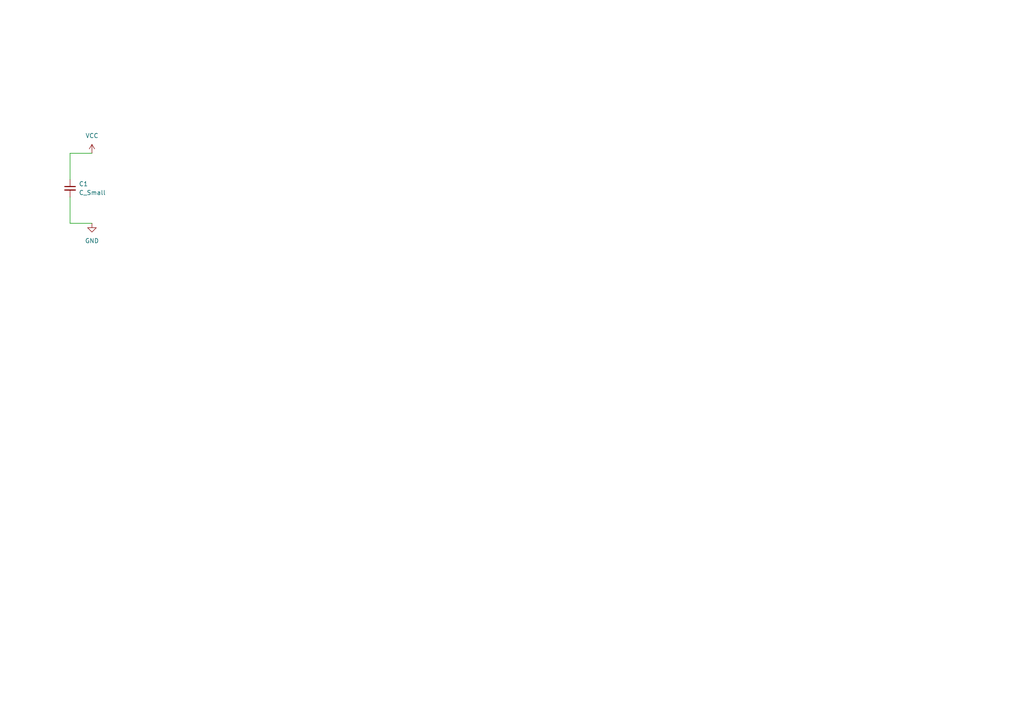
<source format=kicad_sch>
(kicad_sch (version 20230121) (generator eeschema)
  (paper "A4")
  (lib_symbols
    (symbol "Device:C_Small" (pin_numbers hide) (pin_names (offset 0.254) hide)
      (property "Reference" "C" (at 0.254 1.778 0))
      (property "Value" "C_Small" (at 0.254 -2.032 0))
      (symbol "C_Small_0_1"
        (polyline (pts (xy -1.524 -0.508) (xy 1.524 -0.508)) (stroke (width 0.3302)))
        (polyline (pts (xy -1.524 0.508) (xy 1.524 0.508)) (stroke (width 0.3048)))
      )
      (symbol "C_Small_1_1"
        (pin passive line (at 0 2.54 270) (length 2.032) (name "~") (number "1"))
        (pin passive line (at 0 -2.54 90) (length 2.032) (name "~") (number "2"))
      )
    )
    (symbol "power:GND" (power) (pin_names (offset 0))
      (property "Value" "GND" (at 0 -3.81 0))
      (symbol "GND_0_1"
        (polyline (pts (xy 0 0) (xy 0 -1.27) (xy 1.27 -1.27) (xy 0 -2.54) (xy -1.27 -1.27) (xy 0 -1.27)))
      )
      (symbol "GND_1_1"
        (pin power_in line (at 0 0 270) (length 0) hide (name "GND") (number "1"))
      )
    )
    (symbol "power:VCC" (power) (pin_names (offset 0))
      (property "Value" "VCC" (at 0 3.81 0))
      (symbol "VCC_0_1"
        (polyline (pts (xy -0.762 1.27) (xy 0 2.54)))
        (polyline (pts (xy 0 0) (xy 0 2.54)))
        (polyline (pts (xy 0 2.54) (xy 0.762 1.27)))
      )
      (symbol "VCC_1_1"
        (pin power_in line (at 0 0 90) (length 0) hide (name "VCC") (number "1"))
      )
    )
  )
  (wire (pts (xy 20.32 44.45) (xy 26.67 44.45)))
  (wire (pts (xy 20.32 64.77) (xy 26.67 64.77)))
  (wire (pts (xy 20.32 57.15) (xy 20.32 64.77)))
  (wire (pts (xy 20.32 44.45) (xy 20.32 52.07)))
  (symbol (lib_id "power:VCC") (at 26.67 44.45 0) (unit 1)
    (property "Reference" "#PWR01" (effects hide))
    (property "Value" "VCC" (at 26.67 39.37 0))
  )
  (symbol (lib_id "Device:C_Small") (at 20.32 54.61 0) (unit 1)
    (property "Reference" "C1" (at 22.86 53.3463 0) (effects (justify left)))
    (property "Value" "C_Small" (at 22.86 55.8863 0) (effects (justify left)))
    (property "Footprint" "Capacitor_SMD:C_0805_2012Metric" (effects hide))
  )
  (symbol (lib_id "power:GND") (at 26.67 64.77 0) (unit 1)
    (property "Reference" "#PWR02" (effects hide))
    (property "Value" "GND" (at 26.67 69.85 0))
  )
)
</source>
